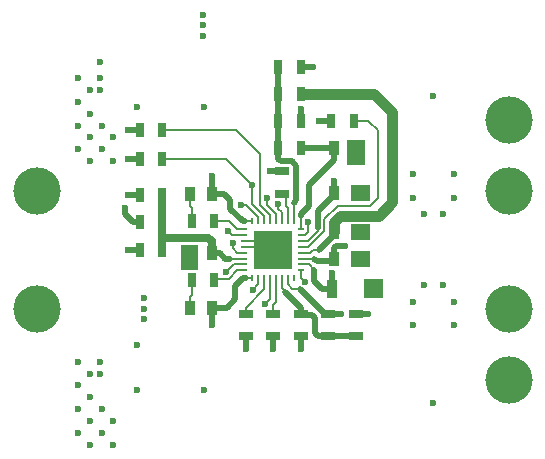
<source format=gbl>
G04*
G04 #@! TF.GenerationSoftware,Altium Limited,Altium Designer,25.2.1 (25)*
G04*
G04 Layer_Physical_Order=6*
G04 Layer_Color=16711680*
%FSLAX44Y44*%
%MOMM*%
G71*
G04*
G04 #@! TF.SameCoordinates,AC2081E8-41FF-4463-B602-B75E9B52F610*
G04*
G04*
G04 #@! TF.FilePolarity,Positive*
G04*
G01*
G75*
%ADD10C,0.2000*%
%ADD22C,0.5000*%
%ADD23C,4.0000*%
%ADD24C,0.6000*%
%ADD30R,3.3000X3.3000*%
%ADD31R,0.6000X0.2300*%
%ADD32R,0.2300X0.6000*%
%ADD33R,1.3000X0.7000*%
%ADD34R,0.9000X1.6000*%
%ADD35R,0.9000X1.3000*%
%ADD36R,0.7000X1.3000*%
%ADD37C,0.9000*%
%ADD38C,0.7000*%
G36*
X328000Y322000D02*
X313000D01*
Y343000D01*
X328000D01*
Y322000D01*
D02*
G37*
G36*
X332000Y305000D02*
Y291027D01*
X331973Y291000D01*
X316000D01*
Y305000D01*
X332000Y305000D01*
D02*
G37*
G36*
X332000Y258000D02*
X316000D01*
Y271944D01*
X332000D01*
Y258000D01*
D02*
G37*
G36*
X332000Y249000D02*
Y235000D01*
X316000D01*
Y249000D01*
X332000Y249000D01*
D02*
G37*
G36*
X187000Y232500D02*
X172000D01*
Y254000D01*
X187000D01*
Y232500D01*
D02*
G37*
G36*
X343000Y225000D02*
X343000Y209000D01*
X327000D01*
X327000Y225000D01*
X343000Y225000D01*
D02*
G37*
D10*
X232500Y288701D02*
X242350Y278851D01*
Y274150D02*
Y278851D01*
Y274150D02*
X242500Y274000D01*
X332299Y287000D02*
X339000Y293701D01*
X304893Y287000D02*
X332299D01*
X293500Y275607D02*
X304893Y287000D01*
X257500Y274000D02*
Y281500D01*
X254500Y284500D02*
X257500Y281500D01*
X254500Y284500D02*
Y289000D01*
X339000Y293701D02*
Y350950D01*
X330950Y359000D02*
X339000Y350950D01*
X318500Y359000D02*
X330950D01*
X227495Y288049D02*
X237500Y278044D01*
Y274000D02*
Y278044D01*
X245000Y287515D02*
X252500Y280015D01*
X245000Y287515D02*
Y294000D01*
X239000Y287858D02*
X247500Y279358D01*
X239000Y287858D02*
Y330850D01*
X232500Y288701D02*
Y305000D01*
X223000Y288049D02*
X227495D01*
X247500Y274000D02*
Y279358D01*
X226000Y257500D02*
X242500D01*
X252500Y274000D02*
Y280015D01*
X262500Y274000D02*
Y285500D01*
X261000Y287000D02*
X262500Y285500D01*
X261000Y287000D02*
Y295000D01*
X283675Y250000D02*
X289000D01*
X281175Y247500D02*
X283675Y250000D01*
X274000Y247500D02*
X281175D01*
X293500Y265843D02*
Y275607D01*
X280157Y252500D02*
X293500Y265843D01*
X274000Y252500D02*
X280157D01*
X267500Y274000D02*
Y289500D01*
X288000Y266000D02*
Y268500D01*
X279500Y257500D02*
X288000Y266000D01*
X274000Y257500D02*
X279500D01*
X274000Y242500D02*
X284500D01*
X277500Y262500D02*
X280000Y265000D01*
X274000Y262500D02*
X277500D01*
X280000Y265000D02*
Y273000D01*
X274000Y267500D02*
Y278250D01*
X242500Y257500D02*
X247500Y252500D01*
X218850Y351000D02*
X239000Y330850D01*
X266500Y216500D02*
X273278D01*
X262500Y220500D02*
Y226000D01*
Y220500D02*
X266500Y216500D01*
X214000Y242500D02*
X226000D01*
X210278Y231000D02*
X216778Y237500D01*
X210000Y231000D02*
X210278D01*
X216778Y237500D02*
X226000D01*
X237500Y220500D02*
Y226000D01*
X233000Y216000D02*
X237500Y220500D01*
X242500Y216500D02*
Y226000D01*
X227000Y201000D02*
X242500Y216500D01*
X257500Y217500D02*
X260500Y214500D01*
X257500Y217500D02*
Y226000D01*
X212485Y225000D02*
X219985Y232500D01*
X201500Y225000D02*
X212485D01*
X200500Y224000D02*
X201500Y225000D01*
X219500Y247500D02*
X226000D01*
X216000Y251000D02*
X219500Y247500D01*
X216000Y251000D02*
Y256000D01*
X215500Y262500D02*
X226000D01*
X212000Y266000D02*
X215500Y262500D01*
X219985Y232500D02*
X226000D01*
X247500Y252500D02*
X250000Y250000D01*
X226000Y252500D02*
X247500D01*
X180000Y210000D02*
X181500Y211500D01*
X180000Y201500D02*
Y210000D01*
X181500Y211500D02*
Y224000D01*
X179500Y201000D02*
X180000Y201500D01*
X181500Y274000D02*
Y285000D01*
X179500Y287000D02*
X181500Y285000D01*
X179500Y287000D02*
Y297000D01*
X213000Y274000D02*
X219500Y267500D01*
X200500Y274000D02*
X213000D01*
X219500Y267500D02*
X226000D01*
X227250Y226000D02*
X232500D01*
X226765Y274000D02*
X232500D01*
X210500Y327000D02*
X232500Y305000D01*
X156500Y327000D02*
X210500D01*
X156500Y351000D02*
X218850D01*
X258500Y297500D02*
X261000Y295000D01*
X258000Y297500D02*
X258500D01*
X280500Y237500D02*
X285000Y233000D01*
X274000Y237500D02*
X280500D01*
X274000Y226000D02*
X277000Y223000D01*
X274000Y226000D02*
Y232500D01*
X250000Y195500D02*
Y203000D01*
X252500Y205500D01*
Y226000D01*
X243000Y204000D02*
X247500Y208500D01*
Y226000D01*
X227000Y195500D02*
Y201000D01*
D22*
X132000Y273000D02*
X137500D01*
X125000Y280000D02*
X132000Y273000D01*
X125000Y280000D02*
Y285000D01*
X280500Y304500D02*
X301500Y325500D01*
X280500Y287000D02*
Y304500D01*
X274000Y280500D02*
X280500Y287000D01*
X274000Y278250D02*
Y280500D01*
X270000Y292000D02*
Y321000D01*
X267500Y289500D02*
X270000Y292000D01*
X287000Y240000D02*
X299500D01*
X284500Y242500D02*
X287000Y240000D01*
X299500D02*
X301500Y242000D01*
X273500Y336000D02*
X296500Y336000D01*
X273500D02*
X273500Y336000D01*
X291500Y217000D02*
X300500D01*
X285000Y223500D02*
X291500Y217000D01*
X285000Y223500D02*
Y233000D01*
X288000Y282500D02*
X301500Y296000D01*
X288000Y268500D02*
Y282500D01*
X301500Y296000D02*
Y298000D01*
X296500Y336000D02*
X301500D01*
Y325500D02*
Y336000D01*
X289000Y250000D02*
X301500Y262500D01*
X273500Y359000D02*
Y369500D01*
X289000Y359000D02*
X299500D01*
X300500Y217000D02*
Y230000D01*
X303500Y253000D02*
X311000D01*
X301500Y251000D02*
X303500Y253000D01*
X301500Y242000D02*
Y251000D01*
Y298000D02*
Y308500D01*
X293893Y195500D02*
X297000D01*
X273086Y216308D02*
X293893Y195500D01*
X260500Y214500D02*
X274000Y201000D01*
Y195500D02*
Y201000D01*
X274500Y195000D02*
X283000D01*
X285500Y192500D01*
Y179500D02*
Y192500D01*
X209500Y242500D02*
X214000D01*
X205000Y247000D02*
X209500Y242500D01*
X198500Y247000D02*
X205000D01*
X266000Y325000D02*
X270000Y321000D01*
X301500Y262500D02*
Y265000D01*
X273500Y382000D02*
X276000D01*
X288500Y176500D02*
X297000D01*
X285500Y179500D02*
X288500Y176500D01*
X224985Y226000D02*
X227250D01*
X218000Y219015D02*
X224985Y226000D01*
X218000Y208000D02*
Y219015D01*
X211000Y201000D02*
X218000Y208000D01*
X224643Y274000D02*
X226765D01*
X214000Y284643D02*
X224643Y274000D01*
X214000Y284643D02*
Y291918D01*
X198500Y201000D02*
X211000D01*
X208918Y297000D02*
X214000Y291918D01*
X198500Y297000D02*
X208918D01*
X256500Y325000D02*
X266000D01*
X273500Y405000D02*
X284000D01*
X247500Y316500D02*
X258000D01*
X320000Y195500D02*
X330500D01*
X250000Y166000D02*
Y176500D01*
X274000Y166000D02*
Y176500D01*
X227000Y166000D02*
Y176500D01*
X127000Y296000D02*
X137500D01*
X127000Y327000D02*
X137500D01*
X127000Y351000D02*
X137500D01*
X198500Y297000D02*
Y312000D01*
X254500Y382000D02*
Y405000D01*
Y359000D02*
Y382000D01*
Y336000D02*
Y359000D01*
X254500Y405000D02*
X254500Y405000D01*
Y327000D02*
Y336000D01*
Y327000D02*
X256500Y325000D01*
X127000Y250000D02*
X137500D01*
X297000Y195500D02*
X308000D01*
X274000Y195500D02*
X274500Y195000D01*
X297000Y176500D02*
X297000Y176500D01*
X320000D01*
X198500Y186000D02*
Y201000D01*
D23*
X50000Y300000D02*
D03*
Y200000D02*
D03*
X450000Y360000D02*
D03*
Y140000D02*
D03*
Y300000D02*
D03*
Y200000D02*
D03*
D24*
X104000Y409000D02*
D03*
Y395000D02*
D03*
X192000Y131000D02*
D03*
X104000Y145000D02*
D03*
Y155000D02*
D03*
X95000Y145000D02*
D03*
X85000Y155000D02*
D03*
Y135000D02*
D03*
X95000Y125000D02*
D03*
X85000Y115000D02*
D03*
X105000D02*
D03*
X95000Y105000D02*
D03*
X85000Y95000D02*
D03*
X105000D02*
D03*
X95000Y85000D02*
D03*
X115000D02*
D03*
Y105000D02*
D03*
Y345000D02*
D03*
Y325000D02*
D03*
X95000D02*
D03*
X105000Y335000D02*
D03*
X85000D02*
D03*
X95000Y345000D02*
D03*
X105000Y355000D02*
D03*
X85000D02*
D03*
X95000Y365000D02*
D03*
X85000Y375000D02*
D03*
Y395000D02*
D03*
X95000Y385000D02*
D03*
X104000D02*
D03*
X176000Y236000D02*
D03*
X183000D02*
D03*
X340000Y221000D02*
D03*
Y213000D02*
D03*
X329000Y246000D02*
D03*
Y238000D02*
D03*
X329000Y269000D02*
D03*
Y261000D02*
D03*
X329000Y294000D02*
D03*
X324000Y326000D02*
D03*
X317000D02*
D03*
X378000Y220000D02*
D03*
X369000Y186000D02*
D03*
Y206000D02*
D03*
X394000Y220000D02*
D03*
X403000Y206000D02*
D03*
Y186000D02*
D03*
X369000Y314000D02*
D03*
Y294000D02*
D03*
X378000Y280000D02*
D03*
X403000Y294000D02*
D03*
Y314000D02*
D03*
X394000Y280000D02*
D03*
X141000Y200000D02*
D03*
Y191000D02*
D03*
Y209000D02*
D03*
X191000Y431000D02*
D03*
Y449000D02*
D03*
X254500Y289000D02*
D03*
X223000Y288049D02*
D03*
X125000Y285000D02*
D03*
X280000Y273000D02*
D03*
X289000Y359000D02*
D03*
X300500Y230000D02*
D03*
X311000Y253000D02*
D03*
X329000Y302000D02*
D03*
X301500Y308500D02*
D03*
X239000Y261000D02*
D03*
X261000D02*
D03*
X239000Y239000D02*
D03*
X245000Y294000D02*
D03*
X386000Y380000D02*
D03*
Y120000D02*
D03*
X216000Y256000D02*
D03*
X210000Y231000D02*
D03*
X212000Y266000D02*
D03*
X232500Y305000D02*
D03*
X233000Y216000D02*
D03*
X192000Y370950D02*
D03*
X135000Y130950D02*
D03*
Y169050D02*
D03*
Y370950D02*
D03*
X191000Y440000D02*
D03*
X284000Y405000D02*
D03*
X261000Y239000D02*
D03*
X247500Y316500D02*
D03*
X330500Y195500D02*
D03*
X250000Y166000D02*
D03*
X273500Y369500D02*
D03*
X274000Y166000D02*
D03*
X227000D02*
D03*
X127000Y296000D02*
D03*
Y327000D02*
D03*
Y351000D02*
D03*
X198500Y312000D02*
D03*
X127000Y250000D02*
D03*
X277000Y223000D02*
D03*
X308000Y195500D02*
D03*
X243000Y204000D02*
D03*
X198500Y186000D02*
D03*
D30*
X250000Y250000D02*
D03*
D31*
X274000Y267500D02*
D03*
Y262500D02*
D03*
Y257500D02*
D03*
Y252500D02*
D03*
Y247500D02*
D03*
Y242500D02*
D03*
Y237500D02*
D03*
Y232500D02*
D03*
X226000D02*
D03*
Y237500D02*
D03*
Y242500D02*
D03*
Y247500D02*
D03*
Y252500D02*
D03*
Y257500D02*
D03*
Y262500D02*
D03*
Y267500D02*
D03*
D32*
X267500Y226000D02*
D03*
X262500D02*
D03*
X257500D02*
D03*
X252500D02*
D03*
X247500D02*
D03*
X242500D02*
D03*
X237500D02*
D03*
X232500D02*
D03*
Y274000D02*
D03*
X237500D02*
D03*
X242500D02*
D03*
X247500D02*
D03*
X252500D02*
D03*
X257500D02*
D03*
X262500D02*
D03*
X267500D02*
D03*
D33*
X227000Y195500D02*
D03*
Y176500D02*
D03*
X250000Y176500D02*
D03*
Y195500D02*
D03*
X274000Y195500D02*
D03*
Y176500D02*
D03*
X297000Y176500D02*
D03*
Y195500D02*
D03*
X320000Y195500D02*
D03*
Y176500D02*
D03*
X258000Y297500D02*
D03*
Y316500D02*
D03*
D34*
X300500Y217000D02*
D03*
X331500D02*
D03*
D35*
X320500Y242000D02*
D03*
X301500D02*
D03*
X301500Y265000D02*
D03*
X320500D02*
D03*
X320500Y298000D02*
D03*
X301500D02*
D03*
X301500Y336000D02*
D03*
X320500D02*
D03*
X198500Y201000D02*
D03*
X179500D02*
D03*
X179500Y247000D02*
D03*
X198500D02*
D03*
X179500Y297000D02*
D03*
X198500D02*
D03*
D36*
X318500Y359000D02*
D03*
X299500D02*
D03*
X254500Y336000D02*
D03*
X273500D02*
D03*
X254500Y359000D02*
D03*
X273500D02*
D03*
X254500Y382000D02*
D03*
X273500D02*
D03*
X273500Y405000D02*
D03*
X254500D02*
D03*
X181500Y224000D02*
D03*
X200500D02*
D03*
X200500Y274000D02*
D03*
X181500D02*
D03*
X156500Y250000D02*
D03*
X137500D02*
D03*
X137500Y273000D02*
D03*
X156500D02*
D03*
X156500Y296000D02*
D03*
X137500D02*
D03*
X156500Y327000D02*
D03*
X137500D02*
D03*
X156500Y351000D02*
D03*
X137500D02*
D03*
D37*
X335950Y382000D02*
X351000Y366950D01*
Y290000D02*
Y366950D01*
X339500Y278500D02*
X351000Y290000D01*
X307000Y278500D02*
X339500D01*
X301500Y273000D02*
X307000Y278500D01*
X301500Y265000D02*
Y273000D01*
X276000Y382000D02*
X335950D01*
D38*
X156500Y260000D02*
Y296000D01*
Y260000D02*
X195500D01*
X156500Y250000D02*
Y260000D01*
X198500Y247000D02*
Y257000D01*
X195500Y260000D02*
X198500Y257000D01*
M02*

</source>
